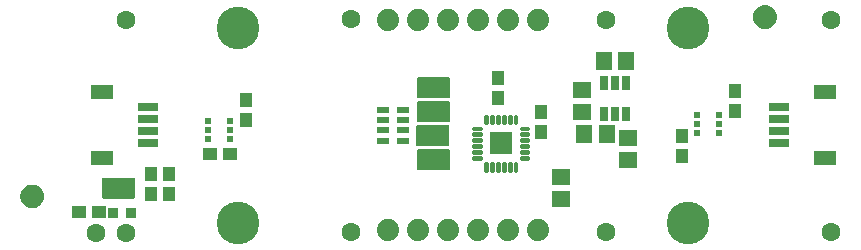
<source format=gbr>
G04 EAGLE Gerber RS-274X export*
G75*
%MOMM*%
%FSLAX34Y34*%
%LPD*%
%INSoldermask Top*%
%IPPOS*%
%AMOC8*
5,1,8,0,0,1.08239X$1,22.5*%
G01*
%ADD10R,1.601600X1.341600*%
%ADD11R,1.101600X1.176600*%
%ADD12C,1.879600*%
%ADD13C,3.617600*%
%ADD14R,1.651600X0.701600*%
%ADD15R,1.901600X1.301600*%
%ADD16C,1.101600*%
%ADD17C,0.469900*%
%ADD18R,0.901600X0.901600*%
%ADD19R,1.176600X1.101600*%
%ADD20R,1.341600X1.601600*%
%ADD21R,0.651600X1.301600*%
%ADD22R,0.601600X0.601600*%
%ADD23R,0.601600X0.501600*%
%ADD24C,0.240406*%
%ADD25R,1.879600X1.879600*%
%ADD26R,1.001600X0.551600*%
%ADD27C,1.601600*%

G36*
X-12582Y22876D02*
X-12582Y22876D01*
X-12463Y22883D01*
X-12425Y22896D01*
X-12384Y22901D01*
X-12274Y22944D01*
X-12161Y22981D01*
X-12126Y23003D01*
X-12089Y23018D01*
X-11993Y23088D01*
X-11892Y23151D01*
X-11864Y23181D01*
X-11831Y23204D01*
X-11756Y23296D01*
X-11674Y23383D01*
X-11654Y23418D01*
X-11629Y23449D01*
X-11578Y23557D01*
X-11520Y23661D01*
X-11510Y23701D01*
X-11493Y23737D01*
X-11471Y23854D01*
X-11441Y23969D01*
X-11437Y24030D01*
X-11433Y24050D01*
X-11435Y24070D01*
X-11431Y24130D01*
X-11431Y39370D01*
X-11446Y39488D01*
X-11453Y39607D01*
X-11466Y39645D01*
X-11471Y39686D01*
X-11514Y39796D01*
X-11551Y39909D01*
X-11573Y39944D01*
X-11588Y39981D01*
X-11658Y40077D01*
X-11721Y40178D01*
X-11751Y40206D01*
X-11774Y40239D01*
X-11866Y40315D01*
X-11953Y40396D01*
X-11988Y40416D01*
X-12019Y40441D01*
X-12127Y40492D01*
X-12231Y40550D01*
X-12271Y40560D01*
X-12307Y40577D01*
X-12424Y40599D01*
X-12539Y40629D01*
X-12600Y40633D01*
X-12620Y40637D01*
X-12640Y40635D01*
X-12700Y40639D01*
X-38100Y40639D01*
X-38218Y40624D01*
X-38337Y40617D01*
X-38375Y40604D01*
X-38416Y40599D01*
X-38526Y40556D01*
X-38639Y40519D01*
X-38674Y40497D01*
X-38711Y40482D01*
X-38807Y40413D01*
X-38908Y40349D01*
X-38936Y40319D01*
X-38969Y40296D01*
X-39045Y40204D01*
X-39126Y40117D01*
X-39146Y40082D01*
X-39171Y40051D01*
X-39222Y39943D01*
X-39280Y39839D01*
X-39290Y39799D01*
X-39307Y39763D01*
X-39329Y39646D01*
X-39359Y39531D01*
X-39363Y39471D01*
X-39367Y39451D01*
X-39366Y39444D01*
X-39367Y39442D01*
X-39366Y39426D01*
X-39369Y39370D01*
X-39369Y24130D01*
X-39354Y24012D01*
X-39347Y23893D01*
X-39334Y23855D01*
X-39329Y23814D01*
X-39286Y23704D01*
X-39249Y23591D01*
X-39227Y23556D01*
X-39212Y23519D01*
X-39143Y23423D01*
X-39079Y23322D01*
X-39049Y23294D01*
X-39026Y23261D01*
X-38934Y23186D01*
X-38847Y23104D01*
X-38812Y23084D01*
X-38781Y23059D01*
X-38673Y23008D01*
X-38569Y22950D01*
X-38529Y22940D01*
X-38493Y22923D01*
X-38376Y22901D01*
X-38261Y22871D01*
X-38201Y22867D01*
X-38181Y22863D01*
X-38160Y22865D01*
X-38100Y22861D01*
X-12700Y22861D01*
X-12582Y22876D01*
G37*
G36*
X-12582Y2556D02*
X-12582Y2556D01*
X-12463Y2563D01*
X-12425Y2576D01*
X-12384Y2581D01*
X-12274Y2624D01*
X-12161Y2661D01*
X-12126Y2683D01*
X-12089Y2698D01*
X-11993Y2768D01*
X-11892Y2831D01*
X-11864Y2861D01*
X-11831Y2884D01*
X-11756Y2976D01*
X-11674Y3063D01*
X-11654Y3098D01*
X-11629Y3129D01*
X-11578Y3237D01*
X-11520Y3341D01*
X-11510Y3381D01*
X-11493Y3417D01*
X-11471Y3534D01*
X-11441Y3649D01*
X-11437Y3710D01*
X-11433Y3730D01*
X-11435Y3750D01*
X-11431Y3810D01*
X-11431Y19050D01*
X-11446Y19168D01*
X-11453Y19287D01*
X-11466Y19325D01*
X-11471Y19366D01*
X-11514Y19476D01*
X-11551Y19589D01*
X-11573Y19624D01*
X-11588Y19661D01*
X-11658Y19757D01*
X-11721Y19858D01*
X-11751Y19886D01*
X-11774Y19919D01*
X-11866Y19995D01*
X-11953Y20076D01*
X-11988Y20096D01*
X-12019Y20121D01*
X-12127Y20172D01*
X-12231Y20230D01*
X-12271Y20240D01*
X-12307Y20257D01*
X-12424Y20279D01*
X-12539Y20309D01*
X-12600Y20313D01*
X-12620Y20317D01*
X-12640Y20315D01*
X-12700Y20319D01*
X-38100Y20319D01*
X-38218Y20304D01*
X-38337Y20297D01*
X-38375Y20284D01*
X-38416Y20279D01*
X-38526Y20236D01*
X-38639Y20199D01*
X-38674Y20177D01*
X-38711Y20162D01*
X-38807Y20093D01*
X-38908Y20029D01*
X-38936Y19999D01*
X-38969Y19976D01*
X-39045Y19884D01*
X-39126Y19797D01*
X-39146Y19762D01*
X-39171Y19731D01*
X-39222Y19623D01*
X-39280Y19519D01*
X-39290Y19479D01*
X-39307Y19443D01*
X-39329Y19326D01*
X-39359Y19211D01*
X-39363Y19151D01*
X-39367Y19131D01*
X-39366Y19124D01*
X-39367Y19122D01*
X-39366Y19106D01*
X-39369Y19050D01*
X-39369Y3810D01*
X-39354Y3692D01*
X-39347Y3573D01*
X-39334Y3535D01*
X-39329Y3494D01*
X-39286Y3384D01*
X-39249Y3271D01*
X-39227Y3236D01*
X-39212Y3199D01*
X-39143Y3103D01*
X-39079Y3002D01*
X-39049Y2974D01*
X-39026Y2941D01*
X-38934Y2866D01*
X-38847Y2784D01*
X-38812Y2764D01*
X-38781Y2739D01*
X-38673Y2688D01*
X-38569Y2630D01*
X-38529Y2620D01*
X-38493Y2603D01*
X-38376Y2581D01*
X-38261Y2551D01*
X-38201Y2547D01*
X-38181Y2543D01*
X-38160Y2545D01*
X-38100Y2541D01*
X-12700Y2541D01*
X-12582Y2556D01*
G37*
G36*
X-13217Y-17764D02*
X-13217Y-17764D01*
X-13098Y-17757D01*
X-13060Y-17744D01*
X-13019Y-17739D01*
X-12909Y-17696D01*
X-12796Y-17659D01*
X-12761Y-17637D01*
X-12724Y-17622D01*
X-12628Y-17553D01*
X-12527Y-17489D01*
X-12499Y-17459D01*
X-12466Y-17436D01*
X-12391Y-17344D01*
X-12309Y-17257D01*
X-12289Y-17222D01*
X-12264Y-17191D01*
X-12213Y-17083D01*
X-12155Y-16979D01*
X-12145Y-16939D01*
X-12128Y-16903D01*
X-12106Y-16786D01*
X-12076Y-16671D01*
X-12072Y-16611D01*
X-12068Y-16591D01*
X-12070Y-16570D01*
X-12066Y-16510D01*
X-12066Y-1270D01*
X-12081Y-1152D01*
X-12088Y-1033D01*
X-12101Y-995D01*
X-12106Y-954D01*
X-12149Y-844D01*
X-12186Y-731D01*
X-12208Y-696D01*
X-12223Y-659D01*
X-12293Y-563D01*
X-12356Y-462D01*
X-12386Y-434D01*
X-12409Y-401D01*
X-12501Y-326D01*
X-12588Y-244D01*
X-12623Y-224D01*
X-12654Y-199D01*
X-12762Y-148D01*
X-12866Y-90D01*
X-12906Y-80D01*
X-12942Y-63D01*
X-13059Y-41D01*
X-13174Y-11D01*
X-13235Y-7D01*
X-13255Y-3D01*
X-13275Y-5D01*
X-13335Y-1D01*
X-38735Y-1D01*
X-38853Y-16D01*
X-38972Y-23D01*
X-39010Y-36D01*
X-39051Y-41D01*
X-39161Y-84D01*
X-39274Y-121D01*
X-39309Y-143D01*
X-39346Y-158D01*
X-39442Y-228D01*
X-39543Y-291D01*
X-39571Y-321D01*
X-39604Y-344D01*
X-39680Y-436D01*
X-39761Y-523D01*
X-39781Y-558D01*
X-39806Y-589D01*
X-39857Y-697D01*
X-39915Y-801D01*
X-39925Y-841D01*
X-39942Y-877D01*
X-39964Y-994D01*
X-39994Y-1109D01*
X-39998Y-1170D01*
X-40002Y-1190D01*
X-40001Y-1196D01*
X-40002Y-1199D01*
X-40001Y-1214D01*
X-40004Y-1270D01*
X-40004Y-16510D01*
X-39989Y-16628D01*
X-39982Y-16747D01*
X-39969Y-16785D01*
X-39964Y-16826D01*
X-39921Y-16936D01*
X-39884Y-17049D01*
X-39862Y-17084D01*
X-39847Y-17121D01*
X-39778Y-17217D01*
X-39714Y-17318D01*
X-39684Y-17346D01*
X-39661Y-17379D01*
X-39569Y-17455D01*
X-39482Y-17536D01*
X-39447Y-17556D01*
X-39416Y-17581D01*
X-39308Y-17632D01*
X-39204Y-17690D01*
X-39164Y-17700D01*
X-39128Y-17717D01*
X-39011Y-17739D01*
X-38896Y-17769D01*
X-38836Y-17773D01*
X-38816Y-17777D01*
X-38795Y-17775D01*
X-38735Y-17779D01*
X-13335Y-17779D01*
X-13217Y-17764D01*
G37*
G36*
X-12582Y-38084D02*
X-12582Y-38084D01*
X-12463Y-38077D01*
X-12425Y-38064D01*
X-12384Y-38059D01*
X-12274Y-38016D01*
X-12161Y-37979D01*
X-12126Y-37957D01*
X-12089Y-37942D01*
X-11993Y-37873D01*
X-11892Y-37809D01*
X-11864Y-37779D01*
X-11831Y-37756D01*
X-11756Y-37664D01*
X-11674Y-37577D01*
X-11654Y-37542D01*
X-11629Y-37511D01*
X-11578Y-37403D01*
X-11520Y-37299D01*
X-11510Y-37259D01*
X-11493Y-37223D01*
X-11471Y-37106D01*
X-11441Y-36991D01*
X-11437Y-36931D01*
X-11433Y-36911D01*
X-11435Y-36890D01*
X-11431Y-36830D01*
X-11431Y-21590D01*
X-11446Y-21472D01*
X-11453Y-21353D01*
X-11466Y-21315D01*
X-11471Y-21274D01*
X-11514Y-21164D01*
X-11551Y-21051D01*
X-11573Y-21016D01*
X-11588Y-20979D01*
X-11658Y-20883D01*
X-11721Y-20782D01*
X-11751Y-20754D01*
X-11774Y-20721D01*
X-11866Y-20646D01*
X-11953Y-20564D01*
X-11988Y-20544D01*
X-12019Y-20519D01*
X-12127Y-20468D01*
X-12231Y-20410D01*
X-12271Y-20400D01*
X-12307Y-20383D01*
X-12424Y-20361D01*
X-12539Y-20331D01*
X-12600Y-20327D01*
X-12620Y-20323D01*
X-12640Y-20325D01*
X-12700Y-20321D01*
X-38100Y-20321D01*
X-38218Y-20336D01*
X-38337Y-20343D01*
X-38375Y-20356D01*
X-38416Y-20361D01*
X-38526Y-20404D01*
X-38639Y-20441D01*
X-38674Y-20463D01*
X-38711Y-20478D01*
X-38807Y-20548D01*
X-38908Y-20611D01*
X-38936Y-20641D01*
X-38969Y-20664D01*
X-39045Y-20756D01*
X-39126Y-20843D01*
X-39146Y-20878D01*
X-39171Y-20909D01*
X-39222Y-21017D01*
X-39280Y-21121D01*
X-39290Y-21161D01*
X-39307Y-21197D01*
X-39329Y-21314D01*
X-39359Y-21429D01*
X-39363Y-21490D01*
X-39367Y-21510D01*
X-39366Y-21516D01*
X-39367Y-21519D01*
X-39366Y-21534D01*
X-39369Y-21590D01*
X-39369Y-36830D01*
X-39354Y-36948D01*
X-39347Y-37067D01*
X-39334Y-37105D01*
X-39329Y-37146D01*
X-39286Y-37256D01*
X-39249Y-37369D01*
X-39227Y-37404D01*
X-39212Y-37441D01*
X-39143Y-37537D01*
X-39079Y-37638D01*
X-39049Y-37666D01*
X-39026Y-37699D01*
X-38934Y-37775D01*
X-38847Y-37856D01*
X-38812Y-37876D01*
X-38781Y-37901D01*
X-38673Y-37952D01*
X-38569Y-38010D01*
X-38529Y-38020D01*
X-38493Y-38037D01*
X-38376Y-38059D01*
X-38261Y-38089D01*
X-38201Y-38093D01*
X-38181Y-38097D01*
X-38160Y-38095D01*
X-38100Y-38099D01*
X-12700Y-38099D01*
X-12582Y-38084D01*
G37*
G36*
X-279282Y-62214D02*
X-279282Y-62214D01*
X-279163Y-62207D01*
X-279125Y-62194D01*
X-279084Y-62189D01*
X-278974Y-62146D01*
X-278861Y-62109D01*
X-278826Y-62087D01*
X-278789Y-62072D01*
X-278693Y-62003D01*
X-278592Y-61939D01*
X-278564Y-61909D01*
X-278531Y-61886D01*
X-278456Y-61794D01*
X-278374Y-61707D01*
X-278354Y-61672D01*
X-278329Y-61641D01*
X-278278Y-61533D01*
X-278220Y-61429D01*
X-278210Y-61389D01*
X-278193Y-61353D01*
X-278171Y-61236D01*
X-278141Y-61121D01*
X-278137Y-61061D01*
X-278133Y-61041D01*
X-278135Y-61020D01*
X-278131Y-60960D01*
X-278131Y-45720D01*
X-278146Y-45602D01*
X-278153Y-45483D01*
X-278166Y-45445D01*
X-278171Y-45404D01*
X-278214Y-45294D01*
X-278251Y-45181D01*
X-278273Y-45146D01*
X-278288Y-45109D01*
X-278358Y-45013D01*
X-278421Y-44912D01*
X-278451Y-44884D01*
X-278474Y-44851D01*
X-278566Y-44776D01*
X-278653Y-44694D01*
X-278688Y-44674D01*
X-278719Y-44649D01*
X-278827Y-44598D01*
X-278931Y-44540D01*
X-278971Y-44530D01*
X-279007Y-44513D01*
X-279124Y-44491D01*
X-279239Y-44461D01*
X-279300Y-44457D01*
X-279320Y-44453D01*
X-279340Y-44455D01*
X-279400Y-44451D01*
X-304800Y-44451D01*
X-304918Y-44466D01*
X-305037Y-44473D01*
X-305075Y-44486D01*
X-305116Y-44491D01*
X-305226Y-44534D01*
X-305339Y-44571D01*
X-305374Y-44593D01*
X-305411Y-44608D01*
X-305507Y-44678D01*
X-305608Y-44741D01*
X-305636Y-44771D01*
X-305669Y-44794D01*
X-305745Y-44886D01*
X-305826Y-44973D01*
X-305846Y-45008D01*
X-305871Y-45039D01*
X-305922Y-45147D01*
X-305980Y-45251D01*
X-305990Y-45291D01*
X-306007Y-45327D01*
X-306029Y-45444D01*
X-306059Y-45559D01*
X-306063Y-45620D01*
X-306067Y-45640D01*
X-306066Y-45646D01*
X-306067Y-45649D01*
X-306066Y-45664D01*
X-306069Y-45720D01*
X-306069Y-60960D01*
X-306054Y-61078D01*
X-306047Y-61197D01*
X-306034Y-61235D01*
X-306029Y-61276D01*
X-305986Y-61386D01*
X-305949Y-61499D01*
X-305927Y-61534D01*
X-305912Y-61571D01*
X-305843Y-61667D01*
X-305779Y-61768D01*
X-305749Y-61796D01*
X-305726Y-61829D01*
X-305634Y-61905D01*
X-305547Y-61986D01*
X-305512Y-62006D01*
X-305481Y-62031D01*
X-305373Y-62082D01*
X-305269Y-62140D01*
X-305229Y-62150D01*
X-305193Y-62167D01*
X-305076Y-62189D01*
X-304961Y-62219D01*
X-304901Y-62223D01*
X-304881Y-62227D01*
X-304860Y-62225D01*
X-304800Y-62229D01*
X-279400Y-62229D01*
X-279282Y-62214D01*
G37*
D10*
X82550Y-62840D03*
X82550Y-43840D03*
X139065Y-10820D03*
X139065Y-29820D03*
D11*
X29210Y22615D03*
X29210Y39615D03*
D12*
X63500Y-88900D03*
X38100Y-88900D03*
X12700Y-88900D03*
X-12700Y-88900D03*
X-38100Y-88900D03*
X-63500Y-88900D03*
D13*
X190500Y82550D03*
X-190500Y82550D03*
D14*
X-266960Y5000D03*
X-266960Y-5000D03*
X-266960Y15000D03*
X-266960Y-15000D03*
D15*
X-305960Y28000D03*
X-305960Y-28000D03*
D14*
X266960Y-5000D03*
X266960Y5000D03*
X266960Y-15000D03*
X266960Y15000D03*
D15*
X305960Y-28000D03*
X305960Y28000D03*
D16*
X255270Y91440D03*
D17*
X255270Y98940D02*
X255089Y98938D01*
X254908Y98931D01*
X254727Y98920D01*
X254546Y98905D01*
X254366Y98885D01*
X254186Y98861D01*
X254007Y98833D01*
X253829Y98800D01*
X253652Y98763D01*
X253475Y98722D01*
X253300Y98677D01*
X253125Y98627D01*
X252952Y98573D01*
X252781Y98515D01*
X252610Y98453D01*
X252442Y98386D01*
X252275Y98316D01*
X252109Y98242D01*
X251946Y98163D01*
X251785Y98081D01*
X251625Y97995D01*
X251468Y97905D01*
X251313Y97811D01*
X251160Y97714D01*
X251010Y97612D01*
X250862Y97508D01*
X250716Y97399D01*
X250574Y97288D01*
X250434Y97172D01*
X250297Y97054D01*
X250162Y96932D01*
X250031Y96807D01*
X249903Y96679D01*
X249778Y96548D01*
X249656Y96413D01*
X249538Y96276D01*
X249422Y96136D01*
X249311Y95994D01*
X249202Y95848D01*
X249098Y95700D01*
X248996Y95550D01*
X248899Y95397D01*
X248805Y95242D01*
X248715Y95085D01*
X248629Y94925D01*
X248547Y94764D01*
X248468Y94601D01*
X248394Y94435D01*
X248324Y94268D01*
X248257Y94100D01*
X248195Y93929D01*
X248137Y93758D01*
X248083Y93585D01*
X248033Y93410D01*
X247988Y93235D01*
X247947Y93058D01*
X247910Y92881D01*
X247877Y92703D01*
X247849Y92524D01*
X247825Y92344D01*
X247805Y92164D01*
X247790Y91983D01*
X247779Y91802D01*
X247772Y91621D01*
X247770Y91440D01*
X255270Y98940D02*
X255451Y98938D01*
X255632Y98931D01*
X255813Y98920D01*
X255994Y98905D01*
X256174Y98885D01*
X256354Y98861D01*
X256533Y98833D01*
X256711Y98800D01*
X256888Y98763D01*
X257065Y98722D01*
X257240Y98677D01*
X257415Y98627D01*
X257588Y98573D01*
X257759Y98515D01*
X257930Y98453D01*
X258098Y98386D01*
X258265Y98316D01*
X258431Y98242D01*
X258594Y98163D01*
X258755Y98081D01*
X258915Y97995D01*
X259072Y97905D01*
X259227Y97811D01*
X259380Y97714D01*
X259530Y97612D01*
X259678Y97508D01*
X259824Y97399D01*
X259966Y97288D01*
X260106Y97172D01*
X260243Y97054D01*
X260378Y96932D01*
X260509Y96807D01*
X260637Y96679D01*
X260762Y96548D01*
X260884Y96413D01*
X261002Y96276D01*
X261118Y96136D01*
X261229Y95994D01*
X261338Y95848D01*
X261442Y95700D01*
X261544Y95550D01*
X261641Y95397D01*
X261735Y95242D01*
X261825Y95085D01*
X261911Y94925D01*
X261993Y94764D01*
X262072Y94601D01*
X262146Y94435D01*
X262216Y94268D01*
X262283Y94100D01*
X262345Y93929D01*
X262403Y93758D01*
X262457Y93585D01*
X262507Y93410D01*
X262552Y93235D01*
X262593Y93058D01*
X262630Y92881D01*
X262663Y92703D01*
X262691Y92524D01*
X262715Y92344D01*
X262735Y92164D01*
X262750Y91983D01*
X262761Y91802D01*
X262768Y91621D01*
X262770Y91440D01*
X262768Y91259D01*
X262761Y91078D01*
X262750Y90897D01*
X262735Y90716D01*
X262715Y90536D01*
X262691Y90356D01*
X262663Y90177D01*
X262630Y89999D01*
X262593Y89822D01*
X262552Y89645D01*
X262507Y89470D01*
X262457Y89295D01*
X262403Y89122D01*
X262345Y88951D01*
X262283Y88780D01*
X262216Y88612D01*
X262146Y88445D01*
X262072Y88279D01*
X261993Y88116D01*
X261911Y87955D01*
X261825Y87795D01*
X261735Y87638D01*
X261641Y87483D01*
X261544Y87330D01*
X261442Y87180D01*
X261338Y87032D01*
X261229Y86886D01*
X261118Y86744D01*
X261002Y86604D01*
X260884Y86467D01*
X260762Y86332D01*
X260637Y86201D01*
X260509Y86073D01*
X260378Y85948D01*
X260243Y85826D01*
X260106Y85708D01*
X259966Y85592D01*
X259824Y85481D01*
X259678Y85372D01*
X259530Y85268D01*
X259380Y85166D01*
X259227Y85069D01*
X259072Y84975D01*
X258915Y84885D01*
X258755Y84799D01*
X258594Y84717D01*
X258431Y84638D01*
X258265Y84564D01*
X258098Y84494D01*
X257930Y84427D01*
X257759Y84365D01*
X257588Y84307D01*
X257415Y84253D01*
X257240Y84203D01*
X257065Y84158D01*
X256888Y84117D01*
X256711Y84080D01*
X256533Y84047D01*
X256354Y84019D01*
X256174Y83995D01*
X255994Y83975D01*
X255813Y83960D01*
X255632Y83949D01*
X255451Y83942D01*
X255270Y83940D01*
X255089Y83942D01*
X254908Y83949D01*
X254727Y83960D01*
X254546Y83975D01*
X254366Y83995D01*
X254186Y84019D01*
X254007Y84047D01*
X253829Y84080D01*
X253652Y84117D01*
X253475Y84158D01*
X253300Y84203D01*
X253125Y84253D01*
X252952Y84307D01*
X252781Y84365D01*
X252610Y84427D01*
X252442Y84494D01*
X252275Y84564D01*
X252109Y84638D01*
X251946Y84717D01*
X251785Y84799D01*
X251625Y84885D01*
X251468Y84975D01*
X251313Y85069D01*
X251160Y85166D01*
X251010Y85268D01*
X250862Y85372D01*
X250716Y85481D01*
X250574Y85592D01*
X250434Y85708D01*
X250297Y85826D01*
X250162Y85948D01*
X250031Y86073D01*
X249903Y86201D01*
X249778Y86332D01*
X249656Y86467D01*
X249538Y86604D01*
X249422Y86744D01*
X249311Y86886D01*
X249202Y87032D01*
X249098Y87180D01*
X248996Y87330D01*
X248899Y87483D01*
X248805Y87638D01*
X248715Y87795D01*
X248629Y87955D01*
X248547Y88116D01*
X248468Y88279D01*
X248394Y88445D01*
X248324Y88612D01*
X248257Y88780D01*
X248195Y88951D01*
X248137Y89122D01*
X248083Y89295D01*
X248033Y89470D01*
X247988Y89645D01*
X247947Y89822D01*
X247910Y89999D01*
X247877Y90177D01*
X247849Y90356D01*
X247825Y90536D01*
X247805Y90716D01*
X247790Y90897D01*
X247779Y91078D01*
X247772Y91259D01*
X247770Y91440D01*
D16*
X-365125Y-60325D03*
D17*
X-365125Y-52825D02*
X-365306Y-52827D01*
X-365487Y-52834D01*
X-365668Y-52845D01*
X-365849Y-52860D01*
X-366029Y-52880D01*
X-366209Y-52904D01*
X-366388Y-52932D01*
X-366566Y-52965D01*
X-366743Y-53002D01*
X-366920Y-53043D01*
X-367095Y-53088D01*
X-367270Y-53138D01*
X-367443Y-53192D01*
X-367614Y-53250D01*
X-367785Y-53312D01*
X-367953Y-53379D01*
X-368120Y-53449D01*
X-368286Y-53523D01*
X-368449Y-53602D01*
X-368610Y-53684D01*
X-368770Y-53770D01*
X-368927Y-53860D01*
X-369082Y-53954D01*
X-369235Y-54051D01*
X-369385Y-54153D01*
X-369533Y-54257D01*
X-369679Y-54366D01*
X-369821Y-54477D01*
X-369961Y-54593D01*
X-370098Y-54711D01*
X-370233Y-54833D01*
X-370364Y-54958D01*
X-370492Y-55086D01*
X-370617Y-55217D01*
X-370739Y-55352D01*
X-370857Y-55489D01*
X-370973Y-55629D01*
X-371084Y-55771D01*
X-371193Y-55917D01*
X-371297Y-56065D01*
X-371399Y-56215D01*
X-371496Y-56368D01*
X-371590Y-56523D01*
X-371680Y-56680D01*
X-371766Y-56840D01*
X-371848Y-57001D01*
X-371927Y-57164D01*
X-372001Y-57330D01*
X-372071Y-57497D01*
X-372138Y-57665D01*
X-372200Y-57836D01*
X-372258Y-58007D01*
X-372312Y-58180D01*
X-372362Y-58355D01*
X-372407Y-58530D01*
X-372448Y-58707D01*
X-372485Y-58884D01*
X-372518Y-59062D01*
X-372546Y-59241D01*
X-372570Y-59421D01*
X-372590Y-59601D01*
X-372605Y-59782D01*
X-372616Y-59963D01*
X-372623Y-60144D01*
X-372625Y-60325D01*
X-365125Y-52825D02*
X-364944Y-52827D01*
X-364763Y-52834D01*
X-364582Y-52845D01*
X-364401Y-52860D01*
X-364221Y-52880D01*
X-364041Y-52904D01*
X-363862Y-52932D01*
X-363684Y-52965D01*
X-363507Y-53002D01*
X-363330Y-53043D01*
X-363155Y-53088D01*
X-362980Y-53138D01*
X-362807Y-53192D01*
X-362636Y-53250D01*
X-362465Y-53312D01*
X-362297Y-53379D01*
X-362130Y-53449D01*
X-361964Y-53523D01*
X-361801Y-53602D01*
X-361640Y-53684D01*
X-361480Y-53770D01*
X-361323Y-53860D01*
X-361168Y-53954D01*
X-361015Y-54051D01*
X-360865Y-54153D01*
X-360717Y-54257D01*
X-360571Y-54366D01*
X-360429Y-54477D01*
X-360289Y-54593D01*
X-360152Y-54711D01*
X-360017Y-54833D01*
X-359886Y-54958D01*
X-359758Y-55086D01*
X-359633Y-55217D01*
X-359511Y-55352D01*
X-359393Y-55489D01*
X-359277Y-55629D01*
X-359166Y-55771D01*
X-359057Y-55917D01*
X-358953Y-56065D01*
X-358851Y-56215D01*
X-358754Y-56368D01*
X-358660Y-56523D01*
X-358570Y-56680D01*
X-358484Y-56840D01*
X-358402Y-57001D01*
X-358323Y-57164D01*
X-358249Y-57330D01*
X-358179Y-57497D01*
X-358112Y-57665D01*
X-358050Y-57836D01*
X-357992Y-58007D01*
X-357938Y-58180D01*
X-357888Y-58355D01*
X-357843Y-58530D01*
X-357802Y-58707D01*
X-357765Y-58884D01*
X-357732Y-59062D01*
X-357704Y-59241D01*
X-357680Y-59421D01*
X-357660Y-59601D01*
X-357645Y-59782D01*
X-357634Y-59963D01*
X-357627Y-60144D01*
X-357625Y-60325D01*
X-357627Y-60506D01*
X-357634Y-60687D01*
X-357645Y-60868D01*
X-357660Y-61049D01*
X-357680Y-61229D01*
X-357704Y-61409D01*
X-357732Y-61588D01*
X-357765Y-61766D01*
X-357802Y-61943D01*
X-357843Y-62120D01*
X-357888Y-62295D01*
X-357938Y-62470D01*
X-357992Y-62643D01*
X-358050Y-62814D01*
X-358112Y-62985D01*
X-358179Y-63153D01*
X-358249Y-63320D01*
X-358323Y-63486D01*
X-358402Y-63649D01*
X-358484Y-63810D01*
X-358570Y-63970D01*
X-358660Y-64127D01*
X-358754Y-64282D01*
X-358851Y-64435D01*
X-358953Y-64585D01*
X-359057Y-64733D01*
X-359166Y-64879D01*
X-359277Y-65021D01*
X-359393Y-65161D01*
X-359511Y-65298D01*
X-359633Y-65433D01*
X-359758Y-65564D01*
X-359886Y-65692D01*
X-360017Y-65817D01*
X-360152Y-65939D01*
X-360289Y-66057D01*
X-360429Y-66173D01*
X-360571Y-66284D01*
X-360717Y-66393D01*
X-360865Y-66497D01*
X-361015Y-66599D01*
X-361168Y-66696D01*
X-361323Y-66790D01*
X-361480Y-66880D01*
X-361640Y-66966D01*
X-361801Y-67048D01*
X-361964Y-67127D01*
X-362130Y-67201D01*
X-362297Y-67271D01*
X-362465Y-67338D01*
X-362636Y-67400D01*
X-362807Y-67458D01*
X-362980Y-67512D01*
X-363155Y-67562D01*
X-363330Y-67607D01*
X-363507Y-67648D01*
X-363684Y-67685D01*
X-363862Y-67718D01*
X-364041Y-67746D01*
X-364221Y-67770D01*
X-364401Y-67790D01*
X-364582Y-67805D01*
X-364763Y-67816D01*
X-364944Y-67823D01*
X-365125Y-67825D01*
X-365306Y-67823D01*
X-365487Y-67816D01*
X-365668Y-67805D01*
X-365849Y-67790D01*
X-366029Y-67770D01*
X-366209Y-67746D01*
X-366388Y-67718D01*
X-366566Y-67685D01*
X-366743Y-67648D01*
X-366920Y-67607D01*
X-367095Y-67562D01*
X-367270Y-67512D01*
X-367443Y-67458D01*
X-367614Y-67400D01*
X-367785Y-67338D01*
X-367953Y-67271D01*
X-368120Y-67201D01*
X-368286Y-67127D01*
X-368449Y-67048D01*
X-368610Y-66966D01*
X-368770Y-66880D01*
X-368927Y-66790D01*
X-369082Y-66696D01*
X-369235Y-66599D01*
X-369385Y-66497D01*
X-369533Y-66393D01*
X-369679Y-66284D01*
X-369821Y-66173D01*
X-369961Y-66057D01*
X-370098Y-65939D01*
X-370233Y-65817D01*
X-370364Y-65692D01*
X-370492Y-65564D01*
X-370617Y-65433D01*
X-370739Y-65298D01*
X-370857Y-65161D01*
X-370973Y-65021D01*
X-371084Y-64879D01*
X-371193Y-64733D01*
X-371297Y-64585D01*
X-371399Y-64435D01*
X-371496Y-64282D01*
X-371590Y-64127D01*
X-371680Y-63970D01*
X-371766Y-63810D01*
X-371848Y-63649D01*
X-371927Y-63486D01*
X-372001Y-63320D01*
X-372071Y-63153D01*
X-372138Y-62985D01*
X-372200Y-62814D01*
X-372258Y-62643D01*
X-372312Y-62470D01*
X-372362Y-62295D01*
X-372407Y-62120D01*
X-372448Y-61943D01*
X-372485Y-61766D01*
X-372518Y-61588D01*
X-372546Y-61409D01*
X-372570Y-61229D01*
X-372590Y-61049D01*
X-372605Y-60868D01*
X-372616Y-60687D01*
X-372623Y-60506D01*
X-372625Y-60325D01*
D13*
X190500Y-82550D03*
X-190500Y-82550D03*
D18*
X-281425Y-74295D03*
X-296425Y-74295D03*
D19*
X-325365Y-73660D03*
X-308365Y-73660D03*
D11*
X66040Y-5960D03*
X66040Y11040D03*
D12*
X63500Y88900D03*
X38100Y88900D03*
X12700Y88900D03*
X-12700Y88900D03*
X-38100Y88900D03*
X-63500Y88900D03*
D20*
X121260Y-7620D03*
X102260Y-7620D03*
D10*
X100330Y29820D03*
X100330Y10820D03*
D21*
X118770Y9860D03*
X128270Y9860D03*
X137770Y9860D03*
X137770Y35860D03*
X128270Y35860D03*
X118770Y35860D03*
D20*
X137770Y54610D03*
X118770Y54610D03*
D22*
X216010Y-6230D03*
D23*
X216010Y1270D03*
D22*
X216010Y8770D03*
X198010Y8770D03*
D23*
X198010Y1270D03*
D22*
X198010Y-6230D03*
D11*
X-184150Y4200D03*
X-184150Y21200D03*
X185420Y-9280D03*
X185420Y-26280D03*
X229870Y11820D03*
X229870Y28820D03*
D22*
X-216010Y3690D03*
D23*
X-216010Y-3810D03*
D22*
X-216010Y-11310D03*
X-198010Y-11310D03*
D23*
X-198010Y-3810D03*
D22*
X-198010Y3690D03*
D19*
X-214240Y-24130D03*
X-197240Y-24130D03*
D24*
X44956Y1454D02*
X44956Y8066D01*
X44956Y1454D02*
X43544Y1454D01*
X43544Y8066D01*
X44956Y8066D01*
X44956Y3738D02*
X43544Y3738D01*
X43544Y6022D02*
X44956Y6022D01*
X39956Y8066D02*
X39956Y1454D01*
X38544Y1454D01*
X38544Y8066D01*
X39956Y8066D01*
X39956Y3738D02*
X38544Y3738D01*
X38544Y6022D02*
X39956Y6022D01*
X34956Y8066D02*
X34956Y1454D01*
X33544Y1454D01*
X33544Y8066D01*
X34956Y8066D01*
X34956Y3738D02*
X33544Y3738D01*
X33544Y6022D02*
X34956Y6022D01*
X29956Y8066D02*
X29956Y1454D01*
X28544Y1454D01*
X28544Y8066D01*
X29956Y8066D01*
X29956Y3738D02*
X28544Y3738D01*
X28544Y6022D02*
X29956Y6022D01*
X24956Y8066D02*
X24956Y1454D01*
X23544Y1454D01*
X23544Y8066D01*
X24956Y8066D01*
X24956Y3738D02*
X23544Y3738D01*
X23544Y6022D02*
X24956Y6022D01*
X19956Y8066D02*
X19956Y1454D01*
X18544Y1454D01*
X18544Y8066D01*
X19956Y8066D01*
X19956Y3738D02*
X18544Y3738D01*
X18544Y6022D02*
X19956Y6022D01*
X15056Y-3446D02*
X8444Y-3446D01*
X8444Y-2034D01*
X15056Y-2034D01*
X15056Y-3446D01*
X15056Y-8446D02*
X8444Y-8446D01*
X8444Y-7034D01*
X15056Y-7034D01*
X15056Y-8446D01*
X15056Y-13446D02*
X8444Y-13446D01*
X8444Y-12034D01*
X15056Y-12034D01*
X15056Y-13446D01*
X15056Y-18446D02*
X8444Y-18446D01*
X8444Y-17034D01*
X15056Y-17034D01*
X15056Y-18446D01*
X15056Y-23446D02*
X8444Y-23446D01*
X8444Y-22034D01*
X15056Y-22034D01*
X15056Y-23446D01*
X15056Y-28446D02*
X8444Y-28446D01*
X8444Y-27034D01*
X15056Y-27034D01*
X15056Y-28446D01*
X18544Y-31934D02*
X18544Y-38546D01*
X18544Y-31934D02*
X19956Y-31934D01*
X19956Y-38546D01*
X18544Y-38546D01*
X18544Y-36262D02*
X19956Y-36262D01*
X19956Y-33978D02*
X18544Y-33978D01*
X23544Y-31934D02*
X23544Y-38546D01*
X23544Y-31934D02*
X24956Y-31934D01*
X24956Y-38546D01*
X23544Y-38546D01*
X23544Y-36262D02*
X24956Y-36262D01*
X24956Y-33978D02*
X23544Y-33978D01*
X28544Y-31934D02*
X28544Y-38546D01*
X28544Y-31934D02*
X29956Y-31934D01*
X29956Y-38546D01*
X28544Y-38546D01*
X28544Y-36262D02*
X29956Y-36262D01*
X29956Y-33978D02*
X28544Y-33978D01*
X33544Y-31934D02*
X33544Y-38546D01*
X33544Y-31934D02*
X34956Y-31934D01*
X34956Y-38546D01*
X33544Y-38546D01*
X33544Y-36262D02*
X34956Y-36262D01*
X34956Y-33978D02*
X33544Y-33978D01*
X38544Y-31934D02*
X38544Y-38546D01*
X38544Y-31934D02*
X39956Y-31934D01*
X39956Y-38546D01*
X38544Y-38546D01*
X38544Y-36262D02*
X39956Y-36262D01*
X39956Y-33978D02*
X38544Y-33978D01*
X43544Y-31934D02*
X43544Y-38546D01*
X43544Y-31934D02*
X44956Y-31934D01*
X44956Y-38546D01*
X43544Y-38546D01*
X43544Y-36262D02*
X44956Y-36262D01*
X44956Y-33978D02*
X43544Y-33978D01*
X48444Y-27034D02*
X55056Y-27034D01*
X55056Y-28446D01*
X48444Y-28446D01*
X48444Y-27034D01*
X48444Y-22034D02*
X55056Y-22034D01*
X55056Y-23446D01*
X48444Y-23446D01*
X48444Y-22034D01*
X48444Y-17034D02*
X55056Y-17034D01*
X55056Y-18446D01*
X48444Y-18446D01*
X48444Y-17034D01*
X48444Y-12034D02*
X55056Y-12034D01*
X55056Y-13446D01*
X48444Y-13446D01*
X48444Y-12034D01*
X48444Y-7034D02*
X55056Y-7034D01*
X55056Y-8446D01*
X48444Y-8446D01*
X48444Y-7034D01*
X48444Y-2034D02*
X55056Y-2034D01*
X55056Y-3446D01*
X48444Y-3446D01*
X48444Y-2034D01*
D25*
X31750Y-15240D03*
D11*
X-248920Y-58030D03*
X-248920Y-41030D03*
X-264160Y-58030D03*
X-264160Y-41030D03*
D26*
X-68190Y-13000D03*
X-51190Y-13000D03*
X-68190Y-4000D03*
X-68190Y4000D03*
X-68190Y13000D03*
X-51190Y13000D03*
X-51190Y-4000D03*
X-51190Y4000D03*
D27*
X-285750Y88900D03*
X-95250Y90170D03*
X120650Y88900D03*
X311150Y88900D03*
X-285750Y-91440D03*
X-95250Y-90170D03*
X120650Y-90170D03*
X311150Y-90170D03*
X-311150Y-91440D03*
M02*

</source>
